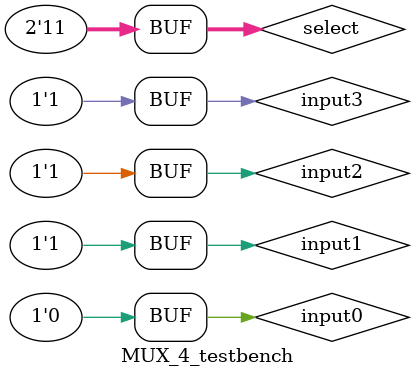
<source format=v>
`define DELAY 20
module MUX_4_testbench();
reg input0,input1,input2,input3;
reg [1:0] select;
wire result;

MUX_4 f(result,select,input0,input1,input2,input3);
initial begin
input0 = 1'b0; input1 = 1'b1; input2 = 1'b1; input3 = 1'b1; select=2'b00;
#`DELAY;
input0 = 1'b0; input1 = 1'b1; input2 = 1'b1; input3 = 1'b1; select=2'b01;
#`DELAY;
input0 = 1'b0; input1 = 1'b1; input2 = 1'b1; input3 = 1'b1; select=2'b10;
#`DELAY;
input0 = 1'b0; input1 = 1'b1; input2 = 1'b1; input3 = 1'b1; select=2'b11;
end
 
 
initial
begin
$monitor("time = %2d, input0 = %1d, input1= %1d, input2= %1d, input3= %1d result= %1d, select=%2d", $time,input0,input1,input2,input3, result, select);
end 

endmodule


</source>
